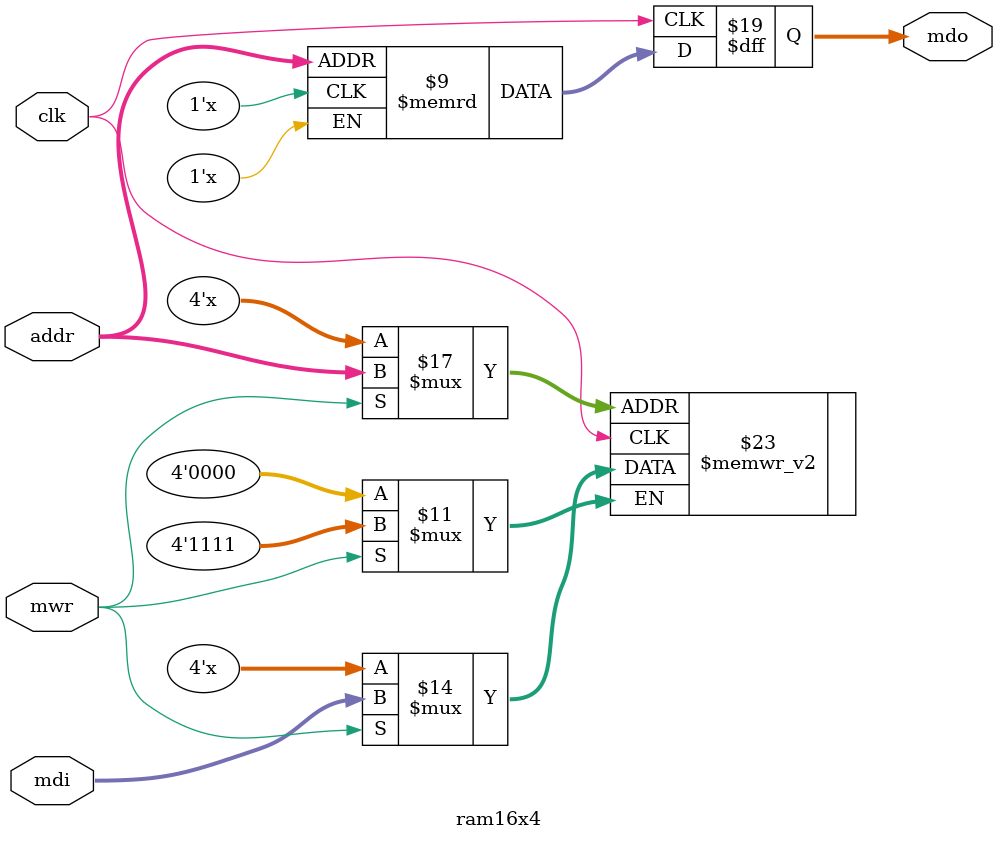
<source format=v>
module ram16x4
(
    input[3:0] addr,
    input[3:0] mdi,
    input mwr,
    input clk,

    output reg[3:0] mdo
);

    (* ramstyle = "M9K", ram_init_file = "ram_init_file.mif" *) reg [3:0] memory [15:0];

    always @ (posedge clk) begin
        if (mwr) memory[addr] <= mdi; //write mem
        mdo <= memory[addr]; // read mem
    end
endmodule

</source>
